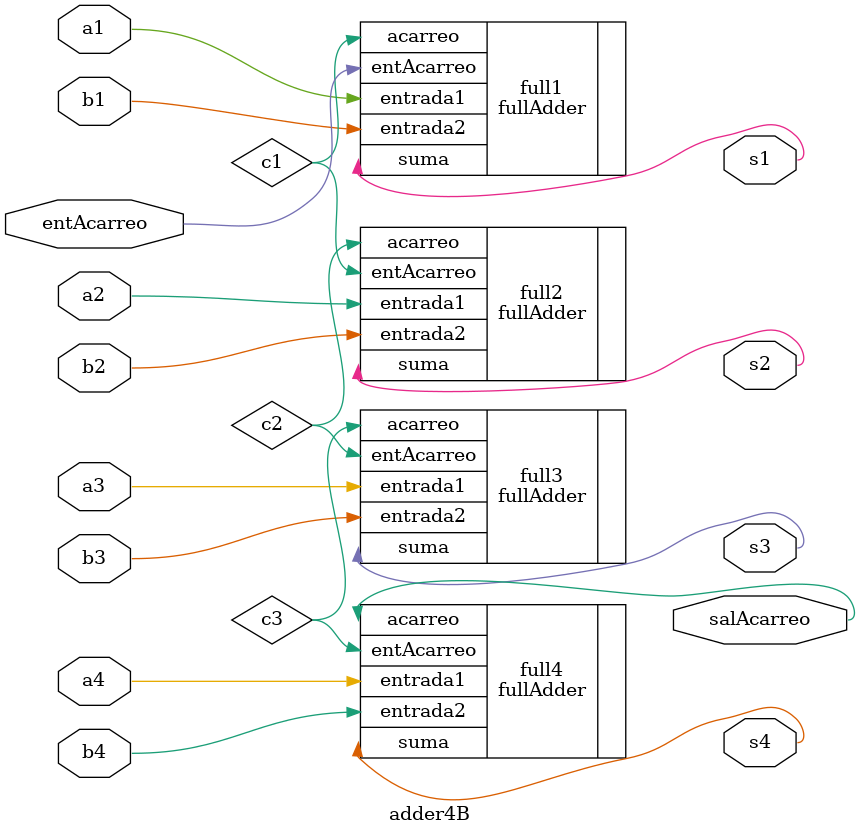
<source format=v>
module adder4B(
	input a1,
	input a2,
	input a3,
	input a4,
	input b1,
	input b2,
	input b3,
	input b4,
	input entAcarreo,
	output s1,
	output s2,
	output s3,
	output s4,
	output salAcarreo
);
wire 
	c1,
	c2,
	c3;
fullAdder full1(
	.entrada1(a1),
	.entrada2(b1),
	.entAcarreo(entAcarreo),
	.suma(s1),
	.acarreo(c1)
);
fullAdder full2(
	.entrada1(a2),
	.entrada2(b2),
	.entAcarreo(c1),
	.suma(s2),
	.acarreo(c2)
);
fullAdder full3(
	.entrada1(a3),
	.entrada2(b3),
	.entAcarreo(c2),
	.suma(s3),
	.acarreo(c3)
);
fullAdder full4(
	.entrada1(a4),
	.entrada2(b4),
	.entAcarreo(c3),
	.suma(s4),
	.acarreo(salAcarreo)
);
endmodule
</source>
